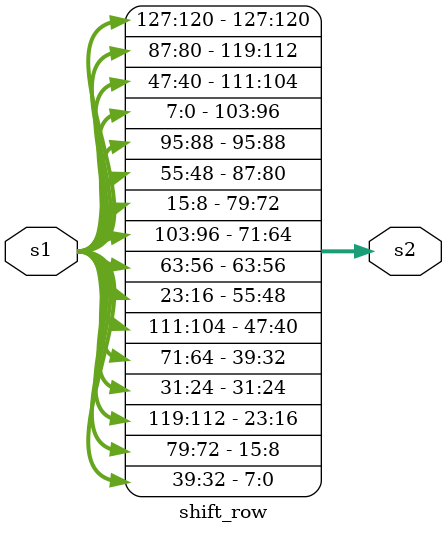
<source format=sv>

module shift_row(
    input logic [127:0] s1,
    output logic [127:0] s2
);

assign s2[127:120] = s1[127:120];
assign s2[119:112] = s1[87:80];
assign s2[111:104] = s1[47:40];
assign s2[103:96] = s1[7:0];

assign s2[95:88] = s1[95:88];
assign s2[87:80] = s1[55:48];
assign s2[79:72] = s1[15:8];
assign s2[71:64] = s1[103:96];

assign s2[63:56] = s1[63:56];
assign s2[55:48] = s1[23:16];
assign s2[47:40] = s1[111:104];
assign s2[39:32] = s1[71:64];

assign s2[31:24] = s1[31:24];
assign s2[23:16] = s1[119:112];
assign s2[15:8] = s1[79:72];
assign s2[7:0] = s1[39:32];

endmodule

</source>
